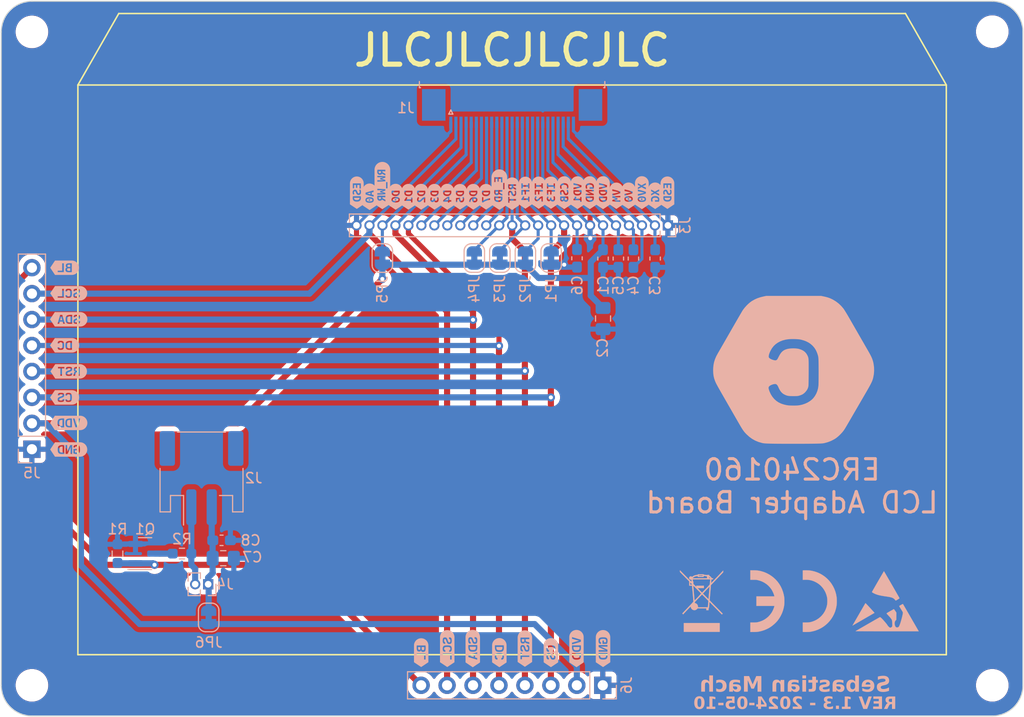
<source format=kicad_pcb>
(kicad_pcb (version 20240108) (generator "pcbnew") (generator_version "8.0")
  (layers (0 "F.Cu" signal) (31 "B.Cu" signal) (34 "B.Paste" user) (35 "F.Paste" user) (36 "B.SilkS" user "B.Silkscreen") (37 "F.SilkS" user "F.Silkscreen") (38 "B.Mask" user) (39 "F.Mask" user) (44 "Edge.Cuts" user))
  (net 0 "")
  (net 1 "VDD")
  (net 2 "GND")
  (net 3 "XG")
  (net 4 "XV0")
  (net 5 "V0")
  (net 6 "VM")
  (net 7 "VD1")
  (net 8 "CSB")
  (net 9 "IF3")
  (net 10 "IF2")
  (net 11 "IF1")
  (net 12 "RST")
  (net 13 "E_RD")
  (net 14 "D7")
  (net 15 "D6")
  (net 16 "D5")
  (net 17 "D4")
  (net 18 "D3")
  (net 19 "D2")
  (net 20 "D1")
  (net 21 "D0")
  (net 22 "RW_WR")
  (net 23 "A0")
  (net 24 "BL_A")
  (net 25 "BL_K")
  (net 26 "BL_CTRL")
  (net 27 "/BL_K_SW")
  (footprint "MountingHole:MountingHole_2.7mm_M2.5_ISO7380" (layer "F.Cu") (at 95.5 114)
    (property "Reference" "H2" (hide yes))
    (property "Value" "MountingHole" (hide yes))
    (pad "" np_thru_hole circle (at 0 0) (size 2.7 2.7) (drill 2.7) (layers "*.Cu" "*.Mask"))
  )
  (footprint "MountingHole:MountingHole_2.7mm_M2.5_ISO7380" (layer "F.Cu") (at 189.5 114)
    (property "Reference" "H3" (hide yes))
    (property "Value" "MountingHole" (hide yes))
    (pad "" np_thru_hole circle (at 0 0) (size 2.7 2.7) (drill 2.7) (layers "*.Cu" "*.Mask"))
  )
  (footprint "MountingHole:MountingHole_2.7mm_M2.5_ISO7380" (layer "F.Cu") (at 95.5 50)
    (property "Reference" "H1" (hide yes))
    (property "Value" "MountingHole" (hide yes))
    (pad "" np_thru_hole circle (at 0 0) (size 2.7 2.7) (drill 2.7) (layers "*.Cu" "*.Mask"))
  )
  (footprint "MountingHole:MountingHole_2.7mm_M2.5_ISO7380" (layer "F.Cu") (at 189.5 49.9746)
    (property "Reference" "H4" (hide yes))
    (property "Value" "MountingHole" (hide yes))
    (pad "" np_thru_hole circle (at 0 0) (size 2.7 2.7) (drill 2.7) (layers "*.Cu" "*.Mask"))
  )
  (footprint "kibuzzard-658C9D2A" (layer "B.Cu") (at 138.7 66.15 -90)
    (property "Reference" "kibuzzard-658C9D2A" (hide yes))
    (property "Value" "G***" (hide yes))
  )
  (footprint "kibuzzard-658C9D6F" (layer "B.Cu") (at 155.2 65.75 -90)
    (property "Reference" "kibuzzard-658C9D6F" (hide yes))
    (property "Value" "G***" (hide yes))
  )
  (footprint "kibuzzard-663E4C56" (layer "B.Cu") (at 133.6 110.8 -90)
    (property "Reference" "kibuzzard-663E4C56" (hide yes))
    (property "Value" "G***" (hide yes))
  )
  (footprint "kibuzzard-658C9D17" (layer "B.Cu") (at 133.6 66.15 -90)
    (property "Reference" "kibuzzard-658C9D17" (hide yes))
    (property "Value" "G***" (hide yes))
  )
  (footprint "kibuzzard-658C9D2F" (layer "B.Cu") (at 139.95 66.15 -90)
    (property "Reference" "kibuzzard-658C9D2F" (hide yes))
    (property "Value" "G***" (hide yes))
  )
  (footprint "kibuzzard-658C9DA9" (layer "B.Cu") (at 157.7 65.75 -90)
    (property "Reference" "kibuzzard-658C9DA9" (hide yes))
    (property "Value" "G***" (hide yes))
  )
  (footprint "Capacitor_SMD:C_0805_2012Metric_Pad1.18x1.45mm_HandSolder" (layer "B.Cu") (at 114.225 101.55)
    (property "Reference" "C7" (at 2.85 -0.1 0) (layer "B.SilkS") (effects (justify mirror)))
    (property "Value" "10u" (hide yes))
    (pad "1" smd roundrect (at -1.0375 0) (size 1.175 1.45) (layers "B.Cu" "B.Paste" "B.Mask") (roundrect_rratio 0.2127659574) (net 24 "BL_A"))
    (pad "2" smd roundrect (at 1.0375 0) (size 1.175 1.45) (layers "B.Cu" "B.Paste" "B.Mask") (roundrect_rratio 0.2127659574) (net 2 "GND"))
  )
  (footprint "kibuzzard-658C9B67" (layer "B.Cu") (at 98.7 85.8 180)
    (property "Reference" "kibuzzard-658C9B67" (hide yes))
    (property "Value" "G***" (hide yes))
  )
  (footprint "kibuzzard-658C9D48" (layer "B.Cu") (at 146.3 65.75 -90)
    (property "Reference" "kibuzzard-658C9D48" (hide yes))
    (property "Value" "G***" (hide yes))
  )
  (footprint "kibuzzard-658C9D1B" (layer "B.Cu") (at 134.9 66.15 -90)
    (property "Reference" "kibuzzard-658C9D1B" (hide yes))
    (property "Value" "G***" (hide yes))
  )
  (footprint "LOGO" (layer "B.Cu") (at 170.05 85.126387 180)
    (property "Reference" "G***" (hide yes))
    (property "Value" "LOGO" (hide yes))
  )
  (footprint "Connector_JST:JST_PH_S2B-PH-SM4-TB_1x02-1MP_P2.00mm_Horizontal" (layer "B.Cu") (at 112.1 93.7)
    (property "Reference" "J2" (at 5.1 0 180) (layer "B.SilkS") (effects (justify mirror)))
    (property "Value" "Backlight")
    (pad "1" smd roundrect (at -1 2.85) (size 1 3.5) (layers "B.Cu" "B.Paste" "B.Mask") (net 25 "BL_K"))
    (pad "2" smd roundrect (at 1 2.85) (size 1 3.5) (layers "B.Cu" "B.Paste" "B.Mask") (net 24 "BL_A"))
    (pad "MP" smd roundrect (at -3.35 -2.9) (size 1.5 3.4) (layers "B.Cu" "B.Paste" "B.Mask") (roundrect_rratio 0.1666673333))
    (pad "MP" smd roundrect (at 3.35 -2.9) (size 1.5 3.4) (layers "B.Cu" "B.Paste" "B.Mask") (roundrect_rratio 0.1666673333))
  )
  (footprint "Symbol:WEEE-Logo_4.2x6mm_SilkScreen" (layer "B.Cu") (at 161.05 105.75 180)
    (property "Reference" "REF**" (hide yes))
    (property "Value" "WEEE-Logo_4.2x6mm_SilkScreen" (hide yes))
  )
  (footprint "Connector_FFC-FPC:TE_2-1734839-5_1x25-1MP_P0.5mm_Horizontal" (layer "B.Cu") (at 142.5 57.5)
    (property "Reference" "J1" (at -10.4 -0.05 0) (layer "B.SilkS") (effects (justify mirror)))
    (property "Value" "LCD ERC240160XX-2")
    (pad "1" smd rect (at -6 1.35) (size 0.3 1.1) (layers "B.Cu" "B.Paste" "B.Mask") (net 2 "GND"))
    (pad "2" smd rect (at -5.5 1.35) (size 0.3 1.1) (layers "B.Cu" "B.Paste" "B.Mask") (net 23 "A0"))
    (pad "3" smd rect (at -5 1.35) (size 0.3 1.1) (layers "B.Cu" "B.Paste" "B.Mask") (net 22 "RW_WR"))
    (pad "4" smd rect (at -4.5 1.35) (size 0.3 1.1) (layers "B.Cu" "B.Paste" "B.Mask") (net 21 "D0"))
    (pad "5" smd rect (at -4 1.35) (size 0.3 1.1) (layers "B.Cu" "B.Paste" "B.Mask") (net 20 "D1"))
    (pad "6" smd rect (at -3.5 1.35) (size 0.3 1.1) (layers "B.Cu" "B.Paste" "B.Mask") (net 19 "D2"))
    (pad "7" smd rect (at -3 1.35) (size 0.3 1.1) (layers "B.Cu" "B.Paste" "B.Mask") (net 18 "D3"))
    (pad "8" smd rect (at -2.5 1.35) (size 0.3 1.1) (layers "B.Cu" "B.Paste" "B.Mask") (net 17 "D4"))
    (pad "9" smd rect (at -2 1.35) (size 0.3 1.1) (layers "B.Cu" "B.Paste" "B.Mask") (net 16 "D5"))
    (pad "10" smd rect (at -1.5 1.35) (size 0.3 1.1) (layers "B.Cu" "B.Paste" "B.Mask") (net 15 "D6"))
    (pad "11" smd rect (at -1 1.35) (size 0.3 1.1) (layers "B.Cu" "B.Paste" "B.Mask") (net 14 "D7"))
    (pad "12" smd rect (at -0.5 1.35) (size 0.3 1.1) (layers "B.Cu" "B.Paste" "B.Mask") (net 13 "E_RD"))
    (pad "13" smd rect (at 0 1.35) (size 0.3 1.1) (layers "B.Cu" "B.Paste" "B.Mask") (net 12 "RST"))
    (pad "14" smd rect (at 0.5 1.35) (size 0.3 1.1) (layers "B.Cu" "B.Paste" "B.Mask") (net 11 "IF1"))
    (pad "15" smd rect (at 1 1.35) (size 0.3 1.1) (layers "B.Cu" "B.Paste" "B.Mask") (net 10 "IF2"))
    (pad "16" smd rect (at 1.5 1.35) (size 0.3 1.1) (layers "B.Cu" "B.Paste" "B.Mask") (net 9 "IF3"))
    (pad "17" smd rect (at 2 1.35) (size 0.3 1.1) (layers "B.Cu" "B.Paste" "B.Mask") (net 8 "CSB"))
    (pad "18" smd rect (at 2.5 1.35) (size 0.3 1.1) (layers "B.Cu" "B.Paste" "B.Mask") (net 7 "VD1"))
    (pad "19" smd rect (at 3 1.35) (size 0.3 1.1) (layers "B.Cu" "B.Paste" "B.Mask") (net 2 "GND"))
    (pad "20" smd rect (at 3.5 1.35) (size 0.3 1.1) (layers "B.Cu" "B.Paste" "B.Mask") (net 1 "VDD"))
    (pad "21" smd rect (at 4 1.35) (size 0.3 1.1) (layers "B.Cu" "B.Paste" "B.Mask") (net 6 "VM"))
    (pad "22" smd rect (at 4.5 1.35) (size 0.3 1.1) (layers "B.Cu" "B.Paste" "B.Mask") (net 5 "V0"))
    (pad "23" smd rect (at 5 1.35) (size 0.3 1.1) (layers "B.Cu" "B.Paste" "B.Mask") (net 4 "XV0"))
    (pad "24" smd rect (at 5.5 1.35) (size 0.3 1.1) (layers "B.Cu" "B.Paste" "B.Mask") (net 3 "XG"))
    (pad "25" smd rect (at 6 1.35) (size 0.3 1.1) (layers "B.Cu" "B.Paste" "B.Mask") (net 2 "GND"))
    (pad "MP" smd rect (at -7.67 -0.35) (size 2.3 3.1) (layers "B.Cu" "B.Paste" "B.Mask"))
    (pad "MP" smd rect (at 7.67 -0.35) (size 2.3 3.1) (layers "B.Cu" "B.Paste" "B.Mask"))
  )
  (footprint "Resistor_SMD:R_0603_1608Metric_Pad0.98x0.95mm_HandSolder" (layer "B.Cu") (at 103.875 101.1 90)
    (property "Reference" "R1" (at 2.4 0 0) (layer "B.SilkS") (effects (justify mirror)))
    (property "Value" "10k" (hide yes))
    (pad "1" smd roundrect (at -0.9125 0 90) (size 0.975 0.95) (layers "B.Cu" "B.Paste" "B.Mask") (net 26 "BL_CTRL"))
    (pad "2" smd roundrect (at 0.9125 0 90) (size 0.975 0.95) (layers "B.Cu" "B.Paste" "B.Mask") (net 2 "GND"))
  )
  (footprint "kibuzzard-658C9B5D" (layer "B.Cu") (at 138.65 110.4 -90)
    (property "Reference" "kibuzzard-658C9B5D" (hide yes))
    (property "Value" "G***" (hide yes))
  )
  (footprint "Resistor_SMD:R_0603_1608Metric_Pad0.98x0.95mm_HandSolder" (layer "B.Cu") (at 110.1875 101.1 180)
    (property "Reference" "R2" (at 0 1.43 0) (layer "B.SilkS") (effects (justify mirror)))
    (property "Value" "3.9R" (hide yes))
    (pad "1" smd roundrect (at -0.9125 0 180) (size 0.975 0.95) (layers "B.Cu" "B.Paste" "B.Mask") (net 25 "BL_K"))
    (pad "2" smd roundrect (at 0.9125 0 180) (size 0.975 0.95) (layers "B.Cu" "B.Paste" "B.Mask") (net 27 "/BL_K_SW"))
  )
  (footprint "kibuzzard-658C9D6A" (layer "B.Cu") (at 153.9 66.05 -90)
    (property "Reference" "kibuzzard-658C9D6A" (hide yes))
    (property "Value" "G***" (hide yes))
  )
  (footprint "Connector_PinHeader_1.27mm:PinHeader_1x25_P1.27mm_Vertical" (layer "B.Cu") (at 157.75 68.95 90)
    (property "Reference" "J3" (at 0 1.695 90) (layer "B.SilkS") (effects (justify mirror)))
    (property "Value" "LCD Debug" (hide yes))
    (pad "1" thru_hole rect (at 0 0 90) (size 1 1) (drill 0.65) (layers "*.Cu" "*.Mask") (net 2 "GND"))
    (pad "2" thru_hole oval (at 0 -1.27 90) (size 1 1) (drill 0.65) (layers "*.Cu" "*.Mask") (net 3 "XG"))
    (pad "3" thru_hole oval (at 0 -2.54 90) (size 1 1) (drill 0.65) (layers "*.Cu" "*.Mask") (net 4 "XV0"))
    (pad "4" thru_hole oval (at 0 -3.81 90) (size 1 1) (drill 0.65) (layers "*.Cu" "*.Mask") (net 5 "V0"))
    (pad "5" thru_hole oval (at 0 -5.08 90) (size 1 1) (drill 0.65) (layers "*.Cu" "*.Mask") (net 6 "VM"))
    (pad "6" thru_hole oval (at 0 -6.35 90) (size 1 1) (drill 0.65) (layers "*.Cu" "*.Mask") (net 1 "VDD"))
    (pad "7" thru_hole oval (at 0 -7.62 90) (size 1 1) (drill 0.65) (layers "*.Cu" "*.Mask") (net 2 "GND"))
    (pad "8" thru_hole oval (at 0 -8.89 90) (size 1 1) (drill 0.65) (layers "*.Cu" "*.Mask") (net 7 "VD1"))
    (pad "9" thru_hole oval (at 0 -10.16 90) (size 1 1) (drill 0.65) (layers "*.Cu" "*.Mask") (net 8 "CSB"))
    (pad "10" thru_hole oval (at 0 -11.43 90) (size 1 1) (drill 0.65) (layers "*.Cu" "*.Mask") (net 9 "IF3"))
    (pad "11" thru_hole oval (at 0 -12.7 90) (size 1 1) (drill 0.65) (layers "*.Cu" "*.Mask") (net 10 "IF2"))
    (pad "12" thru_hole oval (at 0 -13.97 90) (size 1 1) (drill 0.65) (layers "*.Cu" "*.Mask") (net 11 "IF1"))
    (pad "13" thru_hole oval (at 0 -15.24 90) (size 1 1) (drill 0.65) (layers "*.Cu" "*.Mask") (net 12 "RST"))
    (pad "14" thru_hole oval (at 0 -16.51 90) (size 1 1) (drill 0.65) (layers "*.Cu" "*.Mask") (net 13 "E_RD"))
    (pad "15" thru_hole oval (at 0 -17.78 90) (size 1 1) (drill 0.65) (layers "*.Cu" "*.Mask") (net 14 "D7"))
    (pad "16" thru_hole oval (at 0 -19.05 90) (size 1 1) (drill 0.65) (layers "*.Cu" "*.Mask") (net 15 "D6"))
    (pad "17" thru_hole oval (at 0 -20.32 90) (size 1 1) (drill 0.65) (layers "*.Cu" "*.Mask") (net 16 "D5"))
    (pad "18" thru_hole oval (at 0 -21.59 90) (size 1 1) (drill 0.65) (layers "*.Cu" "*.Mask") (net 17 "D4"))
    (pad "19" thru_hole oval (at 0 -22.86 90) (size 1 1) (drill 0.65) (layers "*.Cu" "*.Mask") (net 18 "D3"))
    (pad "20" thru_hole oval (at 0 -24.13 90) (size 1 1) (drill 0.65) (layers "*.Cu" "*.Mask") (net 19 "D2"))
    (pad "21" thru_hole oval (at 0 -25.4 90) (size 1 1) (drill 0.65) (layers "*.Cu" "*.Mask") (net 20 "D1"))
    (pad "22" thru_hole oval (at 0 -26.67 90) (size 1 1) (drill 0.65) (layers "*.Cu" "*.Mask") (net 21 "D0"))
    (pad "23" thru_hole oval (at 0 -27.94 90) (size 1 1) (drill 0.65) (layers "*.Cu" "*.Mask") (net 22 "RW_WR"))
    (pad "24" thru_hole oval (at 0 -29.21 90) (size 1 1) (drill 0.65) (layers "*.Cu" "*.Mask") (net 23 "A0"))
    (pad "25" thru_hole oval (at 0 -30.48 90) (size 1 1) (drill 0.65) (layers "*.Cu" "*.Mask") (net 2 "GND"))
  )
  (footprint "Connector_PinHeader_2.54mm:PinHeader_1x08_P2.54mm_Vertical" (layer "B.Cu") (at 95.5 90.875)
    (property "Reference" "J5" (at 0 2.33 0) (layer "B.SilkS") (effects (justify mirror)))
    (property "Value" "Left" (hide yes))
    (pad "1" thru_hole rect (at 0 0) (size 1.7 1.7) (drill 1) (layers "*.Cu" "*.Mask") (net 2 "GND"))
    (pad "2" thru_hole oval (at 0 -2.54) (size 1.7 1.7) (drill 1) (layers "*.Cu" "*.Mask") (net 1 "VDD"))
    (pad "3" thru_hole oval (at 0 -5.08) (size 1.7 1.7) (drill 1) (layers "*.Cu" "*.Mask") (net 8 "CSB"))
    (pad "4" thru_hole oval (at 0 -7.62) (size 1.7 1.7) (drill 1) (layers "*.Cu" "*.Mask") (net 12 "RST"))
    (pad "5" thru_hole oval (at 0 -10.16) (size 1.7 1.7) (drill 1) (layers "*.Cu" "*.Mask") (net 20 "D1"))
    (pad "6" thru_hole oval (at 0 -12.7) (size 1.7 1.7) (drill 1) (layers "*.Cu" "*.Mask") (net 21 "D0"))
    (pad "7" thru_hole oval (at 0 -15.24) (size 1.7 1.7) (drill 1) (layers "*.Cu" "*.Mask") (net 23 "A0"))
    (pad "8" thru_hole oval (at 0 -17.78) (size 1.7 1.7) (drill 1) (layers "*.Cu" "*.Mask") (net 26 "BL_CTRL"))
  )
  (footprint "Jumper:SolderJumper-2_P1.3mm_Bridged_RoundedPad1.0x1.5mm" (layer "B.Cu") (at 146.325 72.15 90)
    (property "Reference" "JP1" (at -3.05 0 90) (layer "B.SilkS") (effects (justify mirror)))
    (property "Value" "JP_IF3" (hide yes))
    (fp_poly (pts (xy 0.25 0.3) (xy -0.25 0.3) (xy -0.25 -0.3) (xy 0.25 -0.3)) (fill solid) (layer "B.Cu"))
    (pad "1" smd custom (at -0.65 0 90) (size 1 0.5) (layers "B.Cu" "B.Mask") (net 2 "GND") (options (clearance outline) (anchor rect)) (primitives (gr_circle (center 0 -0.25) (end 0.5 -0.25) (width 0) (fill yes)) (gr_circle (center 0 0.25) (end 0.5 0.25) (width 0) (fill yes)) (gr_poly (pts (xy 0.5 -0.75) (xy 0 -0.75) (xy 0 0.75) (xy 0.5 0.75)) (width 0) (fill yes))))
    (pad "2" smd custom (at 0.65 0 90) (size 1 0.5) (layers "B.Cu" "B.Mask") (net 9 "IF3") (options (clearance outline) (anchor rect)) (primitives (gr_circle (center 0 -0.25) (end 0.5 -0.25) (width 0) (fill yes)) (gr_circle (center 0 0.25) (end 0.5 0.25) (width 0) (fill yes)) (gr_poly (pts (xy 0 -0.75) (xy -0.5 -0.75) (xy -0.5 0.75) (xy 0 0.75)) (width 0) (fill yes))))
  )
  (footprint "kibuzzard-658C9B6D" (layer "B.Cu") (at 136.15 110.4 -90)
    (property "Reference" "kibuzzard-658C9B6D" (hide yes))
    (property "Value" "G***" (hide yes))
  )
  (footprint "Capacitor_SMD:C_0603_1608Metric_Pad1.08x0.95mm_HandSolder" (layer "B.Cu") (at 151.4 72.2 -90)
    (property "Reference" "C1" (at 2.625 -0.025 90) (layer "B.SilkS") (effects (justify mirror)))
    (property "Value" "0.1u" (hide yes))
    (pad "1" smd roundrect (at -0.8625 0 270) (size 1.075 0.95) (layers "B.Cu" "B.Paste" "B.Mask") (net 1 "VDD"))
    (pad "2" smd roundrect (at 0.8625 0 270) (size 1.075 0.95) (layers "B.Cu" "B.Paste" "B.Mask") (net 2 "GND"))
  )
  (footprint "kibuzzard-658C9D26" (layer "B.Cu") (at 137.4 66.15 -90)
    (property "Reference" "kibuzzard-658C9D26" (hide yes))
    (property "Value" "G***" (hide yes))
  )
  (footprint "kibuzzard-658C9D60" (layer "B.Cu") (at 151.4 65.75 -90)
    (property "Reference" "kibuzzard-658C9D60" (hide yes))
    (property "Value" "G***" (hide yes))
  )
  (footprint "Capacitor_SMD:C_0603_1608Metric_Pad1.08x0.95mm_HandSolder" (layer "B.Cu") (at 148.85 72.175 -90)
    (property "Reference" "C6" (at 2.65 -0.025 90) (layer "B.SilkS") (effects (justify mirror)))
    (property "Value" "0.1u" (hide yes))
    (pad "1" smd roundrect (at -0.8625 0 270) (size 1.075 0.95) (layers "B.Cu" "B.Paste" "B.Mask") (net 7 "VD1"))
    (pad "2" smd roundrect (at 0.8625 0 270) (size 1.075 0.95) (layers "B.Cu" "B.Paste" "B.Mask") (net 2 "GND"))
  )
  (footprint "Capacitor_SMD:C_0805_2012Metric_Pad1.18x1.45mm_HandSolder" (layer "B.Cu") (at 151.4 78.075 -90)
    (property "Reference" "C2" (at 2.875 0.05 90) (layer "B.SilkS") (effects (justify mirror)))
    (property "Value" "10u" (hide yes))
    (pad "1" smd roundrect (at -1.0375 0 270) (size 1.175 1.45) (layers "B.Cu" "B.Paste" "B.Mask") (roundrect_rratio 0.2127659574) (net 1 "VDD"))
    (pad "2" smd roundrect (at 1.0375 0 270) (size 1.175 1.45) (layers "B.Cu" "B.Paste" "B.Mask") (roundrect_rratio 0.2127659574) (net 2 "GND"))
  )
  (footprint "kibuzzard-658C9B71" (layer "B.Cu") (at 99.1 88.3 180)
    (property "Reference" "kibuzzard-658C9B71" (hide yes))
    (property "Value" "G***" (hide yes))
  )
  (footprint "kibuzzard-658C9B20" (layer "B.Cu") (at 99.1 90.9 180)
    (property "Reference" "kibuzzard-658C9B20" (hide yes))
    (property "Value" "G***" (hide yes))
  )
  (footprint "kibuzzard-658C9D34" (layer "B.Cu") (at 141.25 65.45 -90)
    (property "Reference" "kibuzzard-658C9D34" (hide yes))
    (property "Value" "G***" (hide yes))
  )
  (footprint "kibuzzard-663E4C9C" (layer "B.Cu") (at 98.7 80.7 180)
    (property "Reference" "kibuzzard-663E4C9C" (hide yes))
    (property "Value" "G***" (hide yes))
  )
  (footprint "kibuzzard-658C9D76" (layer "B.Cu") (at 156.5 66.05 -90)
    (property "Reference" "kibuzzard-658C9D76" (hide yes))
    (property "Value" "G***" (hide yes))
  )
  (footprint "Capacitor_SMD:C_0603_1608Metric_Pad1.08x0.95mm_HandSolder" (layer "B.Cu") (at 156.5 72.2 -90)
    (property "Reference" "C3" (at 2.625 0 90) (layer "B.SilkS") (effects (justify mirror)))
    (property "Value" "1u" (hide yes))
    (pad "1" smd roundrect (at -0.8625 0 270) (size 1.075 0.95) (layers "B.Cu" "B.Paste" "B.Mask") (net 3 "XG"))
    (pad "2" smd roundrect (at 0.8625 0 270) (size 1.075 0.95) (layers "B.Cu" "B.Paste" "B.Mask") (net 2 "GND"))
  )
  (footprint "kibuzzard-658C9B6D" (layer "B.Cu") (at 99.1 75.6 180)
    (property "Reference" "kibuzzard-658C9B6D" (hide yes))
    (property "Value" "G***" (hide yes))
  )
  (footprint "Connector_PinHeader_2.54mm:PinHeader_1x08_P2.54mm_Vertical" (layer "B.Cu") (at 151.375 114 90)
    (property "Reference" "J6" (at 0 2.33 90) (layer "B.SilkS") (effects (justify mirror)))
    (property "Value" "Bottom" (hide yes))
    (pad "1" thru_hole rect (at 0 0 90) (size 1.7 1.7) (drill 1) (layers "*.Cu" "*.Mask") (net 2 "GND"))
    (pad "2" thru_hole oval (at 0 -2.54 90) (size 1.7 1.7) (drill 1) (layers "*.Cu" "*.Mask") (net 1 "VDD"))
    (pad "3" thru_hole oval (at 0 -5.08 90) (size 1.7 1.7) (drill 1) (layers "*.Cu" "*.Mask") (net 8 "CSB"))
    (pad "4" thru_hole oval (at 0 -7.62 90) (size 1.7 1.7) (drill 1) (layers "*.Cu" "*.Mask") (net 12 "RST"))
    (pad "5" thru_hole oval (at 0 -10.16 90) (size 1.7 1.7) (drill 1) (layers "*.Cu" "*.Mask") (net 20 "D1"))
    (pad "6" thru_hole oval (at 0 -12.7 90) (size 1.7 1.7) (drill 1) (layers "*.Cu" "*.Mask") (net 21 "D0"))
    (pad "7" thru_hole oval (at 0 -15.24 90) (size 1.7 1.7) (drill 1) (layers "*.Cu" "*.Mask") (net 23 "A0"))
    (pad "8" thru_hole oval (at 0 -17.78 90) (size 1.7 1.7) (drill 1) (layers "*.Cu" "*.Mask") (net 26 "BL_CTRL"))
  )
  (footprint "kibuzzard-658C9D14" (layer "B.Cu") (at 132.35 66.15 -90)
    (property "Reference" "kibuzzard-658C9D14" (hide yes))
    (property "Value" "G***" (hide yes))
  )
  (footprint "kibuzzard-658C9D39" (layer "B.Cu") (at 142.5 65.85 -90)
    (property "Reference" "kibuzzard-658C9D39" (hide yes))
    (property "Value" "G***" (hide yes))
  )
  (footprint "Symbol:CE-Logo_8.5x6mm_SilkScreen" (layer "B.Cu") (at 170.05 105.75 180)
    (property "Reference" "REF**" (hide yes))
    (property "Value" "CE-Logo_8.5x6mm_SilkScreen" (hide yes))
  )
  (footprint "Jumper:SolderJumper-2_P1.3mm_Bridged_RoundedPad1.0x1.5mm" (layer "B.Cu") (at 138.8 72.15 90)
    (property "Reference" "JP4" (at -3.05 0 90) (layer "B.SilkS") (effects (justify mirror)))
    (property "Value" "JP_E_RD" (hide yes))
    (fp_poly (pts (xy 0.25 0.3) (xy -0.25 0.3) (xy -0.25 -0.3) (xy 0.25 -0.3)) (fill solid) (layer "B.Cu"))
    (pad "1" smd custom (at -0.65 0 90) (size 1 0.5) (layers "B.Cu" "B.Mask") (net 1 "VDD") (options (clearance outline) (anchor rect)) (primitives (gr_circle (center 0 -0.25) (end 0.5 -0.25) (width 0) (fill yes)) (gr_circle (center 0 0.25) (end 0.5 0.25) (width 0) (fill yes)) (gr_poly (pts (xy 0.5 -0.75) (xy 0 -0.75) (xy 0 0.75) (xy 0.5 0.75)) (width 0) (fill yes))))
    (pad "2" smd custom (at 0.65 0 90) (size 1 0.5) (layers "B.Cu" "B.Mask") (net 13 "E_RD") (options (clearance outline) (anchor rect)) (primitives (gr_circle (center 0 -0.25) (end 0.5 -0.25) (width 0) (fill yes)) (gr_circle (center 0 0.25) (end 0.5 0.25) (width 0) (fill yes)) (gr_poly (pts (xy 0 -0.75) (xy -0.5 -0.75) (xy -0.5 0.75) (xy 0 0.75)) (width 0) (fill yes))))
  )
  (footprint "Jumper:SolderJumper-2_P1.3mm_Bridged_RoundedPad1.0x1.5mm" (layer "B.Cu") (at 143.8 72.15 90)
    (property "Reference" "JP2" (at -3.05 0 90) (layer "B.SilkS") (effects (justify mirror)))
    (property "Value" "JP_IF2" (hide yes))
    (fp_poly (pts (xy 0.25 0.3) (xy -0.25 0.3) (xy -0.25 -0.3) (xy 0.25 -0.3)) (fill solid) (layer "B.Cu"))
    (pad "1" smd custom (at -0.65 0 90) (size 1 0.5) (layers "B.Cu" "B.Mask") (net 1 "VDD") (options (clearance outline) (anchor rect)) (primitives (gr_circle (center 0 -0.25) (end 0.5 -0.25) (width 0) (fill yes)) (gr_circle (center 0 0.25) (end 0.5 0.25) (width 0) (fill yes)) (gr_poly (pts (xy 0.5 -0.75) (xy 0 -0.75) (xy 0 0.75) (xy 0.5 0.75)) (width 0) (fill yes))))
    (pad "2" smd custom (at 0.65 0 90) (size 1 0.5) (layers "B.Cu" "B.Mask") (net 10 "IF2") (options (clearance outline) (anchor rect)) (primitives (gr_circle (center 0 -0.25) (end 0.5 -0.25) (width 0) (fill yes)) (gr_circle (center 0 0.25) (end 0.5 0.25) (width 0) (fill yes)) (gr_poly (pts (xy 0 -0.75) (xy -0.5 -0.75) (xy -0.5 0.75) (xy 0 0.75)) (width 0) (fill yes))))
  )
  (footprint "Jumper:SolderJumper-2_P1.3mm_Bridged_RoundedPad1.0x1.5mm" (layer "B.Cu") (at 141.3 72.15 90)
    (property "Reference" "JP3" (at -3.05 0 90) (layer "B.SilkS") (effects (justify mirror)))
    (property "Value" "JP_IF1" (hide yes))
    (fp_poly (pts (xy 0.25 0.3) (xy -0.25 0.3) (xy -0.25 -0.3) (xy 0.25 -0.3)) (fill solid) (layer "B.Cu"))
    (pad "1" smd custom (at -0.65 0 90) (size 1 0.5) (layers "B.Cu" "B.Mask") (net 1 "VDD") (options (clearance outline) (anchor rect)) (primitives (gr_circle (center 0 -0.25) (end 0.5 -0.25) (width 0) (fill yes)) (gr_circle (center 0 0.25) (end 0.5 0.25) (width 0) (fill yes)) (gr_poly (pts (xy 0.5 -0.75) (xy 0 -0.75) (xy 0 0.75) (xy 0.5 0.75)) (width 0) (fill yes))))
    (pad "2" smd custom (at 0.65 0 90) (size 1 0.5) (layers "B.Cu" "B.Mask") (net 11 "IF1") (options (clearance outline) (anchor rect)) (primitives (gr_circle (center 0 -0.25) (end 0.5 -0.25) (width 0) (fill yes)) (gr_circle (center 0 0.25) (end 0.5 0.25) (width 0) (fill yes)) (gr_poly (pts (xy 0 -0.75) (xy -0.5 -0.75) (xy -0.5 0.75) (xy 0 0.75)) (width 0) (fill yes))))
  )
  (footprint "Package_TO_SOT_SMD:SOT-23" (layer "B.Cu") (at 106.575 101.1)
    (property "Reference" "Q1" (at 0 -2.4 0) (layer "B.SilkS") (effects (justify mirror)))
    (property "Value" "2N7002" (hide yes))
    (pad "1" smd roundrect (at -0.9375 0.95) (size 1.475 0.6) (layers "B.Cu" "B.Paste" "B.Mask") (net 26 "BL_CTRL"))
    (pad "2" smd roundrect (at -0.9375 -0.95) (size 1.475 0.6) (layers "B.Cu" "B.Paste" "B.Mask") (net 2 "GND"))
    (pad "3" smd roundrect (at 0.9375 0) (size 1.475 0.6) (layers "B.Cu" "B.Paste" "B.Mask") (net 27 "/BL_K_SW"))
  )
  (footprint "kibuzzard-658C9B55" (layer "B.Cu") (at 99.1 83.25 180)
    (property "Reference" "kibuzzard-658C9B55" (hide yes))
    (property "Value" "G***" (hide yes))
  )
  (footprint "Jumper:SolderJumper-2_P1.3mm_Bridged_RoundedPad1.0x1.5mm" (layer "B.Cu") (at 112.8 107.35 90)
    (property "Reference" "JP6" (at -2.45 0 180) (layer "B.SilkS") (effects (justify mirror)))
    (property "Value" "JP_RW_WR" (hide yes))
    (fp_poly (pts (xy 0.25 0.3) (xy -0.25 0.3) (xy -0.25 -0.3) (xy 0.25 -0.3)) (fill solid) (layer "B.Cu"))
    (pad "1" smd custom (at -0.65 0 90) (size 1 0.5) (layers "B.Cu" "B.Mask") (net 1 "VDD") (options (clearance outline) (anchor rect)) (primitives (gr_circle (center 0 -0.25) (end 0.5 -0.25) (width 0) (fill yes)) (gr_circle (center 0 0.25) (end 0.5 0.25) (width 0) (fill yes)) (gr_poly (pts (xy 0.5 -0.75) (xy 0 -0.75) (xy 0 0.75) (xy 0.5 0.75)) (width 0) (fill yes))))
    (pad "2" smd custom (at 0.65 0 90) (size 1 0.5) (layers "B.Cu" "B.Mask") (net 24 "BL_A") (options (clearance outline) (anchor rect)) (primitives (gr_circle (center 0 -0.25) (end 0.5 -0.25) (width 0) (fill yes)) (gr_circle (center 0 0.25) (end 0.5 0.25) (width 0) (fill yes)) (gr_poly (pts (xy 0 -0.75) (xy -0.5 -0.75) (xy -0.5 0.75) (xy 0 0.75)) (width 0) (fill yes))))
  )
  (footprint "Jumper:SolderJumper-2_P1.3mm_Bridged_RoundedPad1.0x1.5mm" (layer "B.Cu") (at 129.8 72.15 90)
    (property "Reference" "JP5" (at -3.1 0 90) (layer "B.SilkS") (effects (justify mirror)))
    (property "Value" "JP_RW_WR" (hide yes))
    (fp_poly (pts (xy 0.25 0.3) (xy -0.25 0.3) (xy -0.25 -0.3) (xy 0.25 -0.3)) (fill solid) (layer "B.Cu"))
    (pad "1" smd custom (at -0.65 0 90) (size 1 0.5) (layers "B.Cu" "B.Mask") (net 1 "VDD") (options (clearance outline) (anchor rect)) (primitives (gr_circle (center 0 -0.25) (end 0.5 -0.25) (width 0) (fill yes)) (gr_circle (center 0 0.25) (end 0.5 0.25) (width 0) (fill yes)) (gr_poly (pts (xy 0.5 -0.75) (xy 0 -0.75) (xy 0 0.75) (xy 0.5 0.75)) (width 0) (fill yes))))
    (pad "2" smd custom (at 0.65 0 90) (size 1 0.5) (layers "B.Cu" "B.Mask") (net 22 "RW_WR") (options (clearance outline) (anchor rect)) (primitives (gr_circle (center 0 -0.25) (end 0.5 -0.25) (width 0) (fill yes)) (gr_circle (center 0 0.25) (end 0.5 0.25) (width 0) (fill yes)) (gr_poly (pts (xy 0 -0.75) (xy -0.5 -0.75) (xy -0.5 0.75) (xy 0 0.75)) (width 0) (fill yes))))
  )
  (footprint "kibuzzard-658C9D0B" (layer "B.Cu") (at 129.8 65.05 -90)
    (property "Reference" "kibuzzard-658C9D0B" (hide yes))
    (property "Value" "G***" (hide yes))
  )
  (footprint "Symbol:ESD-Logo_6.6x6mm_SilkScreen" (layer "B.Cu") (at 179.05 105.75 180)
    (property "Reference" "REF**" (hide yes))
    (property "Value" "ESD-Logo_6.6x6mm_SilkScreen" (hide yes))
  )
  (footprint "kibuzzard-658C9B55" (layer "B.Cu") (at 143.75 110.4 -90)
    (property "Reference" "kibuzzard-658C9B55" (hide yes))
    (property "Value" "G***" (hide yes))
  )
  (footprint "kibuzzard-658C9D3E" (layer "B.Cu") (at 143.8 65.75 -90)
    (property "Reference" "kibuzzard-658C9D3E" (hide yes))
    (property "Value" "G***" (hide yes))
  )
  (footprint "Capacitor_SMD:C_0603_1608Metric_Pad1.08x0.95mm_HandSolder" (layer "B.Cu") (at 152.9 72.2 -90)
    (property "Reference" "C5" (at 2.625 0 90) (layer "B.SilkS") (effects (justify mirror)))
    (property "Value" "1u" (hide yes))
    (pad "1" smd roundrect (at -0.8625 0 270) (size 1.075 0.95) (layers "B.Cu" "B.Paste" "B.Mask") (net 6 "VM"))
    (pad "2" smd roundrect (at 0.8625 0 270) (size 1.075 0.95) (layers "B.Cu" "B.Paste" "B.Mask") (net 2 "GND"))
  )
  (footprint "Capacitor_SMD:C_0603_1608Metric_Pad1.08x0.95mm_HandSolder" (layer "B.Cu") (at 114.0625 99.8)
    (property "Reference" "C8" (at 2.85 0 0) (layer "B.SilkS") (effects (justify mirror)))
    (property "Value" "0.1u" (hide yes))
    (pad "1" smd roundrect (at -0.8625 0) (size 1.075 0.95) (layers "B.Cu" "B.Paste" "B.Mask") (net 24 "BL_A"))
    (pad "2" smd roundrect (at 0.8625 0) (size 1.075 0.95) (layers "B.Cu" "B.Paste" "B.Mask") (net 2 "GND"))
  )
  (footprint "kibuzzard-658C9B5D" (layer "B.Cu") (at 99.1 78.15 180)
    (property "Reference" "kibuzzard-658C9B5D" (hide yes))
    (property "Value" "G***" (hide yes))
  )
  (footprint "kibuzzard-658C9DA4" (layer "B.Cu") (at 127.3 65.75 -90)
    (property "Reference" "kibuzzard-658C9DA4" (hide yes))
    (property "Value" "G***" (hide yes))
  )
  (footprint "kibuzzard-658C9D05" (layer "B.Cu") (at 128.55 66.15 -90)
    (property "Reference" "kibuzzard-658C9D05" (hide yes))
    (property "Value" "G***" (hide yes))
  )
  (footprint "kibuzzard-658C9B71" (layer "B.Cu") (at 148.8 110.4 -90)
    (property "Reference" "kibuzzard-658C9B71" (hide yes))
    (property "Value" "G***" (hide yes))
  )
  (footprint "kibuzzard-658C9D10" (layer "B.Cu") (at 131.1 66.15 -90)
    (property "Reference" "kibuzzard-658C9D10" (hide yes))
    (property "Value" "G***" (hide yes))
  )
  (footprint "kibuzzard-658C9D52" (layer "B.Cu") (at 147.6 65.75 -90)
    (property "Reference" "kibuzzard-658C9D52" (hide yes))
    (property "Value" "G***" (hide yes))
  )
  (footprint "kibuzzard-658C9B93" (layer "B.Cu") (at 98.7 73.1 180)
    (property "Reference" "kibuzzard-658C9B93" (hide yes))
    (property "Value" "G***" (hide yes))
  )
  (footprint "kibuzzard-658C9B67" (layer "B.Cu") (at 146.3 110.8 -90)
    (property "Reference" "kibuzzard-658C9B67" (hide yes))
    (property "Value" "G***" (hide yes))
  )
  (footprint "kibuzzard-658C9D64" (layer "B.Cu") (at 152.7 66.05 -90)
    (property "Reference" "kibuzzard-658C9D64" (hide yes))
    (property "Value" "G***" (hide yes))
  )
  (footprint "kibuzzard-658C9D44" (layer "B.Cu") (at 145.1 65.75 -90)
    (property "Reference" "kibuzzard-658C9D44" (hide yes))
    (property "Value" "G***" (hide yes))
  )
  (footprint "kibuzzard-658C9B20" (layer "B.Cu") (at 151.4 110.4 -90)
    (property "Reference" "kibuzzard-658C9B20" (hide yes))
    (property "Value" "G***" (hide yes))
  )
  (footprint "kibuzzard-663E4C9C" (layer "B.Cu") (at 141.25 110.8 -90)
    (property "Reference" "kibuzzard-663E4C9C" (hide yes))
    (property "Value" "G***" (hide yes))
  )
  (footprint "Connector_PinHeader_1.27mm:PinHeader_1x02_P1.27mm_Vertical" (layer "B.Cu") (at 112.75 104.1 90)
    (property "Reference" "J4" (at 0 1.65 0) (layer "B.SilkS") (effects (justify mirror)))
    (property "Value" "Backlight Debug" (hide yes))
    (pad "1" thru_hole rect (at 0 0 90) (size 1 1) (drill 0.65) (layers "*.Cu" "*.Mask") (net 24 "BL_A"))
    (pad "2" thru_hole oval (at 0 -1.27 90) (size 1 1) (drill 0.65) (layers "*.Cu" "*.Mask") (net 25 "BL_K"))
  )
  (footprint "Capacitor_SMD:C_0603_1608Metric_Pad1.08x0.95mm_HandSolder" (layer "B.Cu") (at 154.375 72.2 90)
    (property "Reference" "C4" (at -2.625 0 90) (layer "B.SilkS") (effects (justify mirror)))
    (property "Value" "1u" (hide yes))
    (pad "1" smd roundrect (at -0.8625 0 90) (size 1.075 0.95) (layers "B.Cu" "B.Paste" "B.Mask") (net 4 "XV0"))
    (pad "2" smd roundrect (at 0.8625 0 90) (size 1.075 0.95) (layers "B.Cu" "B.Paste" "B.Mask") (net 5 "V0"))
  )
  (footprint "kibuzzard-658C9D5A" (layer "B.Cu") (at 148.9 65.75 -90)
    (property "Reference" "kibuzzard-658C9D5A" (hide yes))
    (property "Value" "G***" (hide yes))
  )
  (footprint "kibuzzard-658C9CD2" (layer "B.Cu") (at 150.1 65.75 -90)
    (property "Reference" "kibuzzard-658C9CD2" (hide yes))
    (property "Value" "G***" (hide yes))
  )
  (footprint "kibuzzard-658C9D20" (layer "B.Cu") (at 136.15 66.15 -90)
    (property "Reference" "kibuzzard-658C9D20" (hide yes))
    (property "Value" "G***" (hide yes))
  )
  (gr_line (start 100 55.2) (end 100 111) (stroke (width 0.15)) (layer "F.SilkS"))
  (gr_line (start 104 48.2) (end 100 55.2) (stroke (width 0.15)) (layer "F.SilkS"))
  (gr_line (start 185 111) (end 185 55.2) (stroke (width 0.15)) (layer "F.SilkS"))
  (gr_line (start 100 111) (end 185 111) (stroke (width 0.15)) (layer "F.SilkS"))
  (gr_line (start 104 48.2) (end 181 48.2) (stroke (width 0.15)) (layer "F.SilkS"))
  (gr_line (start 185 55.2) (end 181 48.2) (stroke (width 0.15)) (layer "F.SilkS"))
  (gr_line (start 100 55.2) (end 185 55.2) (stroke (width 0.15)) (layer "F.SilkS"))
  (gr_line (start 92.5 50) (end 92.5 114) (stroke (width 0.1)) (layer "Edge.Cuts"))
  (gr_arc (start 189.5 47) (mid 191.62132 47.87868) (end 192.5 50) (stroke (width 0.1)) (layer "Edge.Cuts"))
  (gr_arc (start 192.5 114) (mid 191.62132 116.12132) (end 189.5 117) (stroke (width 0.1)) (layer "Edge.Cuts"))
  (gr_line (start 189.5 117) (end 95.5 117) (stroke (width 0.1)) (layer "Edge.Cuts"))
  (gr_arc (start 92.5 50) (mid 93.37868 47.87868) (end 95.5 47) (stroke (width 0.1)) (layer "Edge.Cuts"))
  (gr_line (start 192.5 50) (end 192.5 114) (stroke (width 0.1)) (layer "Edge.Cuts"))
  (gr_line (start 189.5 47) (end 95.5 47) (stroke (width 0.1)) (layer "Edge.Cuts"))
  (gr_arc (start 95.5 117) (mid 93.37868 116.12132) (end 92.5 114) (stroke (width 0.1)) (layer "Edge.Cuts"))
  (gr_text "Sebastian Mach" (at 170.2 114 0) (layer "B.SilkS") (effects (font (size 1.5 1.5) (thickness 0.24) (bold yes)) (justify mirror)))
  (gr_text "ERC240160\nLCD Adapter Board" (at 169.9 94.5 0) (layer "B.SilkS") (effects (font (size 2 2) (thickness 0.3)) (justify mirror)))
  (gr_text "REV 1.3 - 2024-05-10" (at 170.2 115.815 0) (layer "B.SilkS") (effects (font (size 1.2 1.2)) (justify mirror)))
  (gr_text "JLCJLCJLCJLC" (at 142.5 51.8 0) (layer "F.SilkS") (effects (font (size 3 3) (thickness 0.5) (bold yes))))
  (segment (start 115.665 88.335) (end 129.8 74.2) (width 0.6) (layer "F.Cu") (net 1))
  (segment (start 95.5 88.335) (end 115.665 88.335) (width 0.6) (layer "F.Cu") (net 1))
  (via (at 129.8 74.2) (size 0.8) (drill 0.4) (layers "F.Cu" "B.Cu") (net 1))
  (segment (start 145.1 74.1) (end 150.2 74.1) (width 0.6) (layer "B.Cu") (net 1))
  (segment (start 106.05 108) (end 100.3 102.25) (width 0.6) (layer "B.Cu") (net 1))
  (segment (start 150.2 74.1) (end 150.2 72.5375) (width 0.6) (layer "B.Cu") (net 1))
  (segment (start 129.8 74.2) (end 129.8 72.8) (width 0.6) (layer "B.Cu") (net 1))
  (segment (start 151.4 77.0375) (end 150.2 75.8375) (width 0.6) (layer "B.Cu") (net 1))
  (segment (start 151.4 68.95) (end 151.4 71.3375) (width 0.3) (layer "B.Cu") (net 1))
  (segment (start 129.8 72.8) (end 138.8 72.8) (width 0.6) (layer "B.Cu") (net 1))
  (segment (start 148.835 114.2) (end 148.835 112.135) (width 0.6) (layer "B.Cu") (net 1))
  (segment (start 100.3 91.8) (end 96.835 88.335) (width 0.6) (layer "B.Cu") (net 1))
  (segment (start 146 58.85) (end 146 63.55) (width 0.3) (layer "B.Cu") (net 1))
  (segment (start 138.8 72.8) (end 143.8 72.8) (width 0.6) (layer "B.Cu") (net 1))
  (segment (start 150.2 72.5375) (end 151.4 71.3375) (width 0.6) (layer "B.Cu") (net 1))
  (segment (start 148.835 112.135) (end 144.7 108) (width 0.6) (layer "B.Cu") (net 1))
  (segment (start 150.2 75.8375) (end 150.2 74.1) (width 0.6) (layer "B.Cu") (net 1))
  (segment (start 100.3 102.25) (end 100.3 91.8) (width 0.6) (layer "B.Cu") (net 1))
  (segment (start 144.7 108) (end 106.05 108) (width 0.6) (layer "B.Cu") (net 1))
  (segment (start 143.8 72.8) (end 145.1 74.1) (width 0.6) (layer "B.Cu") (net 1))
  (segment (start 146 63.55) (end 151.4 68.95) (width 0.3) (layer "B.Cu") (net 1))
  (segment (start 96.835 88.335) (end 95.5 88.335) (width 0.6) (layer "B.Cu") (net 1))
  (via (at 147.6 72.8) (size 0.8) (drill 0.4) (layers "F.Cu" "B.Cu") (net 2))
  (via (at 150.15 70.2) (size 0.8) (drill 0.4) (layers "F.Cu" "B.Cu") (net 2))
  (segment (start 150.13 70.18) (end 150.15 70.2) (width 0.3) (layer "B.Cu") (net 2))
  (segment (start 148.5 59.7) (end 157.75 68.95) (width 0.3) (layer "B.Cu") (net 2))
  (segment (start 145.5 58.85) (end 145.5 64.32) (width 0.3) (layer "B.Cu") (net 2))
  (segment (start 146.325 72.8) (end 147.6 72.8) (width 0.5) (layer "B.Cu") (net 2))
  (segment (start 148.5 58.85) (end 148.5 59.7) (width 0.3) (layer "B.Cu") (net 2))
  (segment (start 148.85 73.0375) (end 147.8375 73.0375) (width 0.5) (layer "B.Cu") (net 2))
  (segment (start 145.5 64.32) (end 150.13 68.95) (width 0.3) (layer "B.Cu") (net 2))
  (segment (start 147.8375 73.0375) (end 147.6 72.8) (width 0.5) (layer "B.Cu") (net 2))
  (segment (start 136.5 59.72) (end 127.27 68.95) (width 0.3) (layer "B.Cu") (net 2))
  (segment (start 150.13 68.95) (end 150.13 70.18) (width 0.3) (layer "B.Cu") (net 2))
  (segment (start 136.5 58.85) (end 136.5 59.72) (width 0.3) (layer "B.Cu") (net 2))
  (segment (start 148 58.85) (end 148 60.47) (width 0.3) (layer "B.Cu") (net 3))
  (segment (start 148 60.47) (end 156.48 68.95) (width 0.3) (layer "B.Cu") (net 3))
  (segment (start 156.48 71.3175) (end 156.5 71.3375) (width 0.3) (layer "B.Cu") (net 3))
  (segment (start 156.48 68.95) (end 156.48 71.3175) (width 0.3) (layer "B.Cu") (net 3))
  (segment (start 147.5 58.85) (end 147.5 61.24) (width 0.3) (layer "B.Cu") (net 4))
  (segment (start 147.5 61.24) (end 155.21 68.95) (width 0.3) (layer "B.Cu") (net 4))
  (segment (start 155.21 68.95) (end 155.21 72.2275) (width 0.3) (layer "B.Cu") (net 4))
  (segment (start 155.21 72.2275) (end 154.375 73.0625) (width 0.3) (layer "B.Cu") (net 4))
  (segment (start 154.375 69.385) (end 154.375 71.3375) (width 0.3) (layer "B.Cu") (net 5))
  (segment (start 153.94 68.95) (end 154.375 69.385) (width 0.3) (layer "B.Cu") (net 5))
  (segment (start 147 62.01) (end 153.94 68.95) (width 0.3) (layer "B.Cu") (net 5))
  (segment (start 147 58.85) (end 147 62.01) (width 0.3) (layer "B.Cu") (net 5))
  (segment (start 146.5 62.78) (end 152.67 68.95) (width 0.3) (layer "B.Cu") (net 6))
  (segment (start 152.9 69.18) (end 152.9 71.3375) (width 0.3) (layer "B.Cu") (net 6))
  (segment (start 146.5 58.85) (end 146.5 62.78) (width 0.3) (layer "B.Cu") (net 6))
  (segment (start 152.67 68.95) (end 152.9 69.18) (width 0.3) (layer "B.Cu") (net 6))
  (segment (start 148.86 71.3025) (end 148.85 71.3125) (width 0.3) (layer "B.Cu") (net 7))
  (segment (start 145 65.09) (end 148.86 68.95) (width 0.3) (layer "B.Cu") (net 7))
  (segment (start 148.86 68.95) (end 148.86 71.3025) (width 0.3) (layer "B.Cu") (net 7))
  (segment (start 145 58.85) (end 145 65.09) (width 0.3) (layer "B.Cu") (net 7))
  (segment (start 146.295 85.8) (end 146.295 71.605) (width 0.6) (layer "F.Cu") (net 8))
  (segment (start 146.295 114) (end 146.295 85.8) (width 0.6) (layer "F.Cu") (net 8))
  (segment (start 146.295 71.605) (end 147.59 70.31) (width 0.6) (layer "F.Cu") (net 8))
  (segment (start 146.295 85.8) (end 146.3 85.795) (width 0.6) (layer "F.Cu") (net 8))
  (segment (start 147.59 70.31) (end 147.59 68.95) (width 0.6) (layer "F.Cu") (net 8))
  (via (at 146.295 85.8) (size 0.8) (drill 0.4) (layers "F.Cu" "B.Cu") (net 8))
  (segment (start 144.5 65.86) (end 147.59 68.95) (width 0.3) (layer "B.Cu") (net 8))
  (segment (start 146.295 85.8) (end 146.29 85.795) (width 0.6) (layer "B.Cu") (net 8))
  (segment (start 146.29 85.795) (end 95.5 85.795) (width 0.6) (layer "B.Cu") (net 8))
  (segment (start 144.5 58.85) (end 144.5 65.86) (width 0.3) (layer "B.Cu") (net 8))
  (segment (start 146.32 68.95) (end 146.32 71.495) (width 0.3) (layer "B.Cu") (net 9))
  (segment (start 146.32 71.495) (end 146.325 71.5) (width 0.3) (layer "B.Cu") (net 9))
  (segment (start 144 58.85) (end 144 66.63) (width 0.3) (layer "B.Cu") (net 9))
  (segment (start 144 66.63) (end 146.32 68.95) (width 0.3) (layer "B.Cu") (net 9))
  (segment (start 145.05 68.95) (end 145.05 70.25) (width 0.3) (layer "B.Cu") (net 10))
  (segment (start 145.05 70.25) (end 143.8 71.5) (width 0.3) (layer "B.Cu") (net 10))
  (segment (start 143.5 58.85) (end 143.5 67.4) (width 0.3) (layer "B.Cu") (net 10))
  (segment (start 143.5 67.4) (end 145.05 68.95) (width 0.3) (layer "B.Cu") (net 10))
  (segment (start 141.3 71.43) (end 141.3 71.5) (width 0.3) (layer "B.Cu") (net 11))
  (segment (start 143 58.85) (end 143 68.17) (width 0.3) (layer "B.Cu") (net 11))
  (segment (start 143.78 68.95) (end 141.3 71.43) (width 0.3) (layer "B.Cu") (net 11))
  (segment (start 143 68.17) (end 143.78 68.95) (width 0.3) (layer "B.Cu") (net 11))
  (segment (start 142.51 70.26) (end 142.51 68.95) (width 0.6) (layer "F.Cu") (net 12))
  (segment (start 143.75 83.195) (end 143.75 71.5) (width 0.6) (layer "F.Cu") (net 12))
  (segment (start 143.755 114) (end 143.755 83.2) (width 0.6) (layer "F.Cu") (net 12))
  (segment (start 143.755 83.2) (end 143.75 83.195) (width 0.6) (layer "F.Cu") (net 12))
  (segment (start 143.75 71.5) (end 142.51 70.26) (width 0.6) (layer "F.Cu") (net 12))
  (via (at 143.755 83.2) (size 0.8) (drill 0.4) (layers "F.Cu" "B.Cu") (net 12))
  (segment (start 142.5 68.94) (end 142.51 68.95) (width 0.3) (layer "B.Cu") (net 12))
  (segment (start 143.7 83.255) (end 95.5 83.255) (width 0.6) (layer "B.Cu") (net 12))
  (segment (start 142.5 58.85) (end 142.5 68.94) (width 0.3) (layer "B.Cu") (net 12))
  (segment (start 143.755 83.2) (end 143.7 83.255) (width 0.6) (layer "B.Cu") (net 12))
  (segment (start 138.8 71.39) (end 138.8 71.5) (width 0.3) (layer "B.Cu") (net 13))
  (segment (start 141.24 68.95) (end 138.8 71.39) (width 0.3) (layer "B.Cu") (net 13))
  (segment (start 142 58.85) (end 142 68.19) (width 0.3) (layer "B.Cu") (net 13))
  (segment (start 142 68.19) (end 141.24 68.95) (width 0.3) (layer "B.Cu") (net 13))
  (segment (start 141.5 58.85) (end 141.5 67.42) (width 0.3) (layer "B.Cu") (net 14))
  (segment (start 141.5 67.42) (end 139.97 68.95) (width 0.3) (layer "B.Cu") (net 14))
  (segment (start 141 58.85) (end 141 66.62) (width 0.3) (layer "B.Cu") (net 15))
  (segment (start 141 66.62) (end 138.7 68.92) (width 0.3) (layer "B.Cu") (net 15))
  (segment (start 140.5 65.88) (end 137.43 68.95) (width 0.3) (layer "B.Cu") (net 16))
  (segment (start 140.5 58.85) (end 140.5 65.88) (width 0.3) (layer "B.Cu") (net 16))
  (segment (start 140 58.85) (end 140 65.11) (width 0.3) (layer "B.Cu") (net 17))
  (segment (start 140 65.11) (end 136.16 68.95) (width 0.3) (layer "B.Cu") (net 17))
  (segment (start 139.5 64.34) (end 134.89 68.95) (width 0.3) (layer "B.Cu") (net 18))
  (segment (start 139.5 58.85) (end 139.5 64.34) (width 0.3) (layer "B.Cu") (net 18))
  (segment (start 139 63.57) (end 133.62 68.95) (width 0.3) (layer "B.Cu") (net 19))
  (segment (start 139 58.85) (end 139 63.57) (width 0.3) (layer "B.Cu") (net 19))
  (segment (start 141.215 78.615) (end 132.35 69.75) (width 0.5) (layer "F.Cu") (net 20))
  (segment (start 132.35 69.75) (end 132.35 68.95) (width 0.5) (layer "F.Cu") (net 20))
  (segment (start 141.215 80.75) (end 141.215 78.615) (width 0.5) (layer "F.Cu") (net 20))
  (segment (start 141.215 80.75) (end 141.215 114) (width 0.6) (layer "F.Cu") (net 20))
  (via (at 141.215 80.75) (size 0.8) (drill 0.4) (layers "F.Cu" "B.Cu") (net 20))
  (segment (start 138.5 58.85) (end 138.5 62.8) (width 0.3) (layer "B.Cu") (net 20))
  (segment (start 138.5 62.8) (end 132.35 68.95) (width 0.3) (layer "B.Cu") (net 20))
  (segment (start 141.18 80.715) (end 141.215 80.75) (width 0.5) (layer "B.Cu") (net 20))
  (segment (start 95.5 80.715) (end 141.18 80.715) (width 0.5) (layer "B.Cu") (net 20))
  (segment (start 138.675 78.2) (end 138.675 77.375) (width 0.6) (layer "F.Cu") (net 21))
  (segment (start 138.675 77.375) (end 131.08 69.78) (width 0.6) (layer "F.Cu") (net 21))
  (segment (start 131.08 69.023503) (end 131.08 68.95) (width 0.5) (layer "F.Cu") (net 21))
  (segment (start 138.675 114) (end 138.675 78.2) (width 0.6) (layer "F.Cu") (net 21))
  (segment (start 131.08 69.78) (end 131.08 68.95) (width 0.6) (layer "F.Cu") (net 21))
  (via (at 138.675 78.2) (size 0.8) (drill 0.4) (layers "F.Cu" "B.Cu") (net 21))
  (segment (start 138.675 78.2) (end 138.65 78.175) (width 0.6) (layer "B.Cu") (net 21))
  (segment (start 138 62.03) (end 131.08 68.95) (width 0.3) (layer "B.Cu") (net 21))
  (segment (start 138 58.85) (end 138 62.03) (width 0.3) (layer "B.Cu") (net 21))
  (segment (start 138.65 78.175) (end 95.5 78.175) (width 0.6) (layer "B.Cu") (net 21))
  (segment (start 129.877918 68.95) (end 137.5 61.327918) (width 0.3) (layer "B.Cu") (net 22))
  (segment (start 129.8 68.96) (end 129.81 68.95) (width 0.3) (layer "B.Cu") (net 22))
  (segment (start 137.5 61.327918) (end 137.5 58.85) (width 0.3) (layer "B.Cu") (net 22))
  (segment (start 129.8 71.5) (end 129.8 68.96) (width 0.3) (layer "B.Cu") (net 22))
  (segment (start 129.81 68.95) (end 129.877918 68.95) (width 0.3) (layer "B.Cu") (net 22))
  (segment (start 136.135 77.385) (end 128.54 69.79) (width 0.6) (layer "F.Cu") (net 23))
  (segment (start 136.135 114) (end 136.135 77.385) (width 0.6) (layer "F.Cu") (net 23))
  (segment (start 128.54 69.79) (end 128.54 68.95) (width 0.6) (layer "F.Cu") (net 23))
  (segment (start 137 60.49) (end 128.54 68.95) (width 0.3) (layer "B.Cu") (net 23))
  (segment (start 128.54 69.76) (end 128.54 68.95) (width 0.6) (layer "B.Cu") (net 23))
  (segment (start 95.5 75.635) (end 122.665 75.635) (width 0.6) (layer "B.Cu") (net 23))
  (segment (start 122.665 75.635) (end 128.54 69.76) (width 0.6) (layer "B.Cu") (net 23))
  (segment (start 137 58.85) (end 137 60.49) (width 0.3) (layer "B.Cu") (net 23))
  (segment (start 113.1 96.55) (end 113.1 99.7) (width 0.6) (layer "B.Cu") (net 24))
  (segment (start 113.1875 101.55) (end 113.1875 99.8125) (width 0.6) (layer "B.Cu") (net 24))
  (segment (start 112.75 104.1) (end 112.75 103.45) (width 0.6) (layer "B.Cu") (net 24))
  (segment (start 113.1875 99.8125) (end 113.2 99.8) (width 0.6) (layer "B.Cu") (net 24))
  (segment (start 112.8 104.15) (end 112.75 104.1) (width 0.6) (layer "B.Cu") (net 24))
  (segment (start 113.2 103) (end 113.1875 102.9875) (width 0.6) (layer "B.Cu") (net 24))
  (segment (start 113.1 99.7) (end 113.2 99.8) (width 0.6) (layer "B.Cu") (net 24))
  (segment (start 112.75 103.45) (end 113.2 103) (width 0.6) (layer "B.Cu") (net 24))
  (segment (start 113.1875 102.9875) (end 113.1875 101.55) (width 0.6) (layer "B.Cu") (net 24))
  (segment (start 112.8 106.7) (end 112.8 104.15) (width 0.6) (layer "B.Cu") (net 24))
  (segment (start 111.48 104.1) (end 111.48 102.58) (width 0.6) (layer "B.Cu") (net 25))
  (segment (start 111.1 101.1) (end 111.1 96.55) (width 0.6) (layer "B.Cu") (net 25))
  (segment (start 111.1 102.2) (end 111.1 101.1) (width 0.6) (layer "B.Cu") (net 25))
  (segment (start 111.48 102.58) (end 111.1 102.2) (width 0.6) (layer "B.Cu") (net 25))
  (segment (start 93.5 75.095) (end 93.5 93.1) (width 0.6) (layer "F.Cu") (net 26))
  (segment (start 93.5 93.1) (end 102.6 102.2) (width 0.6) (layer "F.Cu") (net 26))
  (segment (start 95.5 73.095) (end 93.5 75.095) (width 0.6) (layer "F.Cu") (net 26))
  (segment (start 107.5 102.2) (end 121.795 102.2) (width 0.6) (layer "F.Cu") (net 26))
  (segment (start 133.595 113.995) (end 133.595 114) (width 0.6) (layer "F.Cu") (net 26))
  (segment (start 133.595 114) (end 121.795 102.2) (width 0.6) (layer "F.Cu") (net 26))
  (segment (start 102.6 102.2) (end 107.5 102.2) (width 0.6) (layer "F.Cu") (net 26))
  (via (at 107.5 102.2) (size 0.8) (drill 0.4) (layers "F.Cu" "B.Cu") (net 26))
  (segment (start 107.35 102.05) (end 107.5 102.2) (width 0.6) (layer "B.Cu") (net 26))
  (segment (start 103.9125 102.05) (end 103.875 102.0125) (width 0.6) (layer "B.Cu") (net 26))
  (segment (start 103.8625 102) (end 103.875 102.0125) (width 0.6) (layer "B.Cu") (net 26))
  (segment (start 105.6375 102.05) (end 107.35 102.05) (width 0.6) (layer "B.Cu") (net 26))
  (segment (start 105.6375 102.05) (end 103.9125 102.05) (width 0.6) (layer "B.Cu") (net 26))
  (segment (start 109.275 101.1) (end 107.5125 101.1) (width 0.6) (layer "B.Cu") (net 27))
  (zone (net 2) (net_name "GND") (layers "F&B.Cu") (connect_pads (clearance 0.5)) (min_thickness 0.25) (fill yes (thermal_gap 0.5) (thermal_bridge_width 0.5))
    (polygon (pts (xy 92.5 47) (xy 92.5 117) (xy 192.5 117) (xy 192.5 47)))
  )
)
</source>
